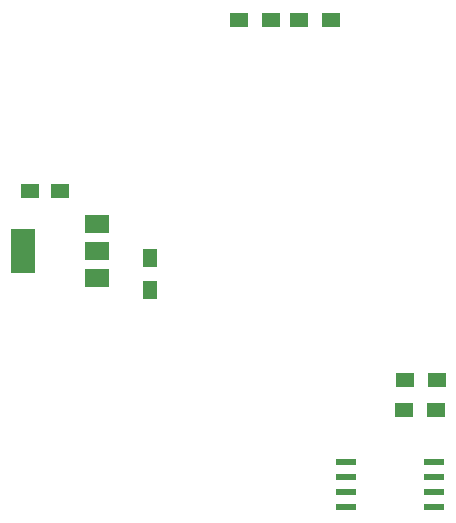
<source format=gbr>
G04 #@! TF.GenerationSoftware,KiCad,Pcbnew,(2018-01-18 revision 959767c09)-makepkg*
G04 #@! TF.CreationDate,2018-01-30T22:09:32+01:00*
G04 #@! TF.ProjectId,SensorPCB_V1.1,53656E736F725043425F56312E312E6B,rev?*
G04 #@! TF.SameCoordinates,Original*
G04 #@! TF.FileFunction,Paste,Top*
G04 #@! TF.FilePolarity,Positive*
%FSLAX46Y46*%
G04 Gerber Fmt 4.6, Leading zero omitted, Abs format (unit mm)*
G04 Created by KiCad (PCBNEW (2018-01-18 revision 959767c09)-makepkg) date 01/30/18 22:09:32*
%MOMM*%
%LPD*%
G01*
G04 APERTURE LIST*
%ADD10R,1.500000X1.250000*%
%ADD11R,1.750000X0.550000*%
%ADD12R,1.500000X1.300000*%
%ADD13R,1.300000X1.500000*%
%ADD14R,2.000000X1.500000*%
%ADD15R,2.000000X3.800000*%
G04 APERTURE END LIST*
D10*
X16530000Y-38608000D03*
X19030000Y-38608000D03*
D11*
X50690000Y-61595000D03*
X50690000Y-62865000D03*
X50690000Y-64135000D03*
X50690000Y-65405000D03*
X43290000Y-65405000D03*
X43290000Y-64135000D03*
X43290000Y-62865000D03*
X43290000Y-61595000D03*
D12*
X48180000Y-57150000D03*
X50880000Y-57150000D03*
X50960000Y-54610000D03*
X48260000Y-54610000D03*
X39290000Y-24130000D03*
X41990000Y-24130000D03*
X36910000Y-24130000D03*
X34210000Y-24130000D03*
D13*
X26670000Y-46990000D03*
X26670000Y-44290000D03*
D14*
X22200000Y-45988000D03*
X22200000Y-41388000D03*
X22200000Y-43688000D03*
D15*
X15900000Y-43688000D03*
M02*

</source>
